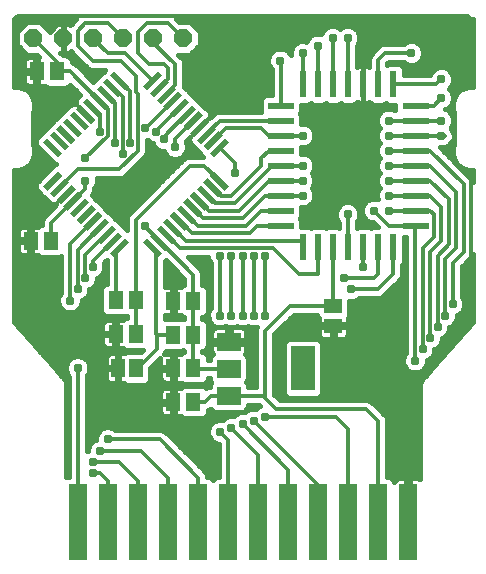
<source format=gtl>
G75*
%MOIN*%
%OFA0B0*%
%FSLAX24Y24*%
%IPPOS*%
%LPD*%
%AMOC8*
5,1,8,0,0,1.08239X$1,22.5*
%
%ADD10R,0.0600X0.2550*%
%ADD11R,0.0591X0.0512*%
%ADD12R,0.0197X0.0709*%
%ADD13R,0.0709X0.0197*%
%ADD14R,0.0236X0.0866*%
%ADD15R,0.0866X0.0236*%
%ADD16OC8,0.0600*%
%ADD17R,0.0790X0.0590*%
%ADD18R,0.0790X0.1500*%
%ADD19R,0.0512X0.0591*%
%ADD20R,0.0460X0.0630*%
%ADD21C,0.0160*%
%ADD22C,0.0310*%
%ADD23C,0.0120*%
D10*
X002725Y003800D03*
X003725Y003800D03*
X004725Y003800D03*
X005725Y003800D03*
X006725Y003800D03*
X007725Y003800D03*
X008725Y003800D03*
X009725Y003800D03*
X010725Y003800D03*
X011725Y003800D03*
X012725Y003800D03*
X013725Y003800D03*
D11*
X011225Y010340D03*
X011225Y011010D03*
D12*
G36*
X007617Y016603D02*
X007755Y016465D01*
X007255Y015965D01*
X007117Y016103D01*
X007617Y016603D01*
G37*
G36*
X007394Y016825D02*
X007532Y016687D01*
X007032Y016187D01*
X006894Y016325D01*
X007394Y016825D01*
G37*
G36*
X007171Y017048D02*
X007309Y016910D01*
X006809Y016410D01*
X006671Y016548D01*
X007171Y017048D01*
G37*
G36*
X006949Y017271D02*
X007087Y017133D01*
X006587Y016633D01*
X006449Y016771D01*
X006949Y017271D01*
G37*
G36*
X006726Y017493D02*
X006864Y017355D01*
X006364Y016855D01*
X006226Y016993D01*
X006726Y017493D01*
G37*
G36*
X006503Y017716D02*
X006641Y017578D01*
X006141Y017078D01*
X006003Y017216D01*
X006503Y017716D01*
G37*
G36*
X006280Y017939D02*
X006418Y017801D01*
X005918Y017301D01*
X005780Y017439D01*
X006280Y017939D01*
G37*
G36*
X006058Y018162D02*
X006196Y018024D01*
X005696Y017524D01*
X005558Y017662D01*
X006058Y018162D01*
G37*
G36*
X005835Y018384D02*
X005973Y018246D01*
X005473Y017746D01*
X005335Y017884D01*
X005835Y018384D01*
G37*
G36*
X005612Y018607D02*
X005750Y018469D01*
X005250Y017969D01*
X005112Y018107D01*
X005612Y018607D01*
G37*
G36*
X005390Y018830D02*
X005528Y018692D01*
X005028Y018192D01*
X004890Y018330D01*
X005390Y018830D01*
G37*
G36*
X002494Y015044D02*
X002632Y014906D01*
X002132Y014406D01*
X001994Y014544D01*
X002494Y015044D01*
G37*
G36*
X002272Y015266D02*
X002410Y015128D01*
X001910Y014628D01*
X001772Y014766D01*
X002272Y015266D01*
G37*
G36*
X002049Y015489D02*
X002187Y015351D01*
X001687Y014851D01*
X001549Y014989D01*
X002049Y015489D01*
G37*
G36*
X002717Y014821D02*
X002855Y014683D01*
X002355Y014183D01*
X002217Y014321D01*
X002717Y014821D01*
G37*
G36*
X002940Y014598D02*
X003078Y014460D01*
X002578Y013960D01*
X002440Y014098D01*
X002940Y014598D01*
G37*
G36*
X003162Y014375D02*
X003300Y014237D01*
X002800Y013737D01*
X002662Y013875D01*
X003162Y014375D01*
G37*
G36*
X003385Y014153D02*
X003523Y014015D01*
X003023Y013515D01*
X002885Y013653D01*
X003385Y014153D01*
G37*
G36*
X003608Y013930D02*
X003746Y013792D01*
X003246Y013292D01*
X003108Y013430D01*
X003608Y013930D01*
G37*
G36*
X003831Y013707D02*
X003969Y013569D01*
X003469Y013069D01*
X003331Y013207D01*
X003831Y013707D01*
G37*
G36*
X004053Y013485D02*
X004191Y013347D01*
X003691Y012847D01*
X003553Y012985D01*
X004053Y013485D01*
G37*
G36*
X004276Y013262D02*
X004414Y013124D01*
X003914Y012624D01*
X003776Y012762D01*
X004276Y013262D01*
G37*
D13*
G36*
X005028Y013262D02*
X005528Y012762D01*
X005390Y012624D01*
X004890Y013124D01*
X005028Y013262D01*
G37*
G36*
X005250Y013485D02*
X005750Y012985D01*
X005612Y012847D01*
X005112Y013347D01*
X005250Y013485D01*
G37*
G36*
X005473Y013707D02*
X005973Y013207D01*
X005835Y013069D01*
X005335Y013569D01*
X005473Y013707D01*
G37*
G36*
X005696Y013930D02*
X006196Y013430D01*
X006058Y013292D01*
X005558Y013792D01*
X005696Y013930D01*
G37*
G36*
X005918Y014153D02*
X006418Y013653D01*
X006280Y013515D01*
X005780Y014015D01*
X005918Y014153D01*
G37*
G36*
X006141Y014375D02*
X006641Y013875D01*
X006503Y013737D01*
X006003Y014237D01*
X006141Y014375D01*
G37*
G36*
X006364Y014598D02*
X006864Y014098D01*
X006726Y013960D01*
X006226Y014460D01*
X006364Y014598D01*
G37*
G36*
X006587Y014821D02*
X007087Y014321D01*
X006949Y014183D01*
X006449Y014683D01*
X006587Y014821D01*
G37*
G36*
X006809Y015044D02*
X007309Y014544D01*
X007171Y014406D01*
X006671Y014906D01*
X006809Y015044D01*
G37*
G36*
X007032Y015266D02*
X007532Y014766D01*
X007394Y014628D01*
X006894Y015128D01*
X007032Y015266D01*
G37*
G36*
X007255Y015489D02*
X007755Y014989D01*
X007617Y014851D01*
X007117Y015351D01*
X007255Y015489D01*
G37*
G36*
X003914Y018830D02*
X004414Y018330D01*
X004276Y018192D01*
X003776Y018692D01*
X003914Y018830D01*
G37*
G36*
X003691Y018607D02*
X004191Y018107D01*
X004053Y017969D01*
X003553Y018469D01*
X003691Y018607D01*
G37*
G36*
X003469Y018384D02*
X003969Y017884D01*
X003831Y017746D01*
X003331Y018246D01*
X003469Y018384D01*
G37*
G36*
X003246Y018162D02*
X003746Y017662D01*
X003608Y017524D01*
X003108Y018024D01*
X003246Y018162D01*
G37*
G36*
X003023Y017939D02*
X003523Y017439D01*
X003385Y017301D01*
X002885Y017801D01*
X003023Y017939D01*
G37*
G36*
X002800Y017716D02*
X003300Y017216D01*
X003162Y017078D01*
X002662Y017578D01*
X002800Y017716D01*
G37*
G36*
X002578Y017493D02*
X003078Y016993D01*
X002940Y016855D01*
X002440Y017355D01*
X002578Y017493D01*
G37*
G36*
X002355Y017271D02*
X002855Y016771D01*
X002717Y016633D01*
X002217Y017133D01*
X002355Y017271D01*
G37*
G36*
X002132Y017048D02*
X002632Y016548D01*
X002494Y016410D01*
X001994Y016910D01*
X002132Y017048D01*
G37*
G36*
X001910Y016825D02*
X002410Y016325D01*
X002272Y016187D01*
X001772Y016687D01*
X001910Y016825D01*
G37*
G36*
X001687Y016603D02*
X002187Y016103D01*
X002049Y015965D01*
X001549Y016465D01*
X001687Y016603D01*
G37*
D14*
X010225Y018392D03*
X010725Y018392D03*
X011225Y018392D03*
X011725Y018392D03*
X012225Y018392D03*
X012725Y018392D03*
X013225Y018392D03*
X013225Y012958D03*
X012725Y012958D03*
X012225Y012958D03*
X011725Y012958D03*
X011225Y012958D03*
X010725Y012958D03*
X010225Y012958D03*
D15*
X009481Y013675D03*
X009481Y014175D03*
X009481Y014675D03*
X009481Y015175D03*
X009481Y015675D03*
X009481Y016175D03*
X009481Y016675D03*
X009481Y017175D03*
X009481Y017675D03*
X013969Y017675D03*
X013969Y017175D03*
X013969Y016675D03*
X013969Y016175D03*
X013969Y015675D03*
X013969Y015175D03*
X013969Y014675D03*
X013969Y014175D03*
X013969Y013675D03*
D16*
X006225Y019925D03*
X005225Y019925D03*
X004225Y019925D03*
X003225Y019925D03*
X002225Y019925D03*
X001225Y019925D03*
D17*
X007735Y009815D03*
X007735Y008915D03*
X007735Y008015D03*
D18*
X010215Y008925D03*
D19*
X006560Y008925D03*
X005890Y008925D03*
X005890Y007800D03*
X006560Y007800D03*
X006560Y010050D03*
X005890Y010050D03*
X005890Y011175D03*
X006560Y011175D03*
X004635Y011195D03*
X003965Y011195D03*
X003965Y010070D03*
X004635Y010070D03*
X001810Y013175D03*
X001140Y013175D03*
X001340Y018820D03*
X002010Y018820D03*
D20*
X004050Y008925D03*
X004650Y008925D03*
D21*
X005120Y008562D02*
X005083Y008474D01*
X005016Y008407D01*
X004928Y008370D01*
X004372Y008370D01*
X004284Y008407D01*
X004261Y008430D01*
X004085Y008430D01*
X004085Y008890D01*
X004015Y008890D01*
X004015Y008430D01*
X003796Y008430D01*
X003751Y008442D01*
X003709Y008466D01*
X003676Y008499D01*
X003652Y008541D01*
X003640Y008586D01*
X003640Y008890D01*
X004015Y008890D01*
X004015Y008960D01*
X004015Y009420D01*
X003796Y009420D01*
X003751Y009408D01*
X003709Y009384D01*
X003676Y009351D01*
X003652Y009309D01*
X003640Y009264D01*
X003640Y008960D01*
X004015Y008960D01*
X004085Y008960D01*
X004085Y009420D01*
X004261Y009420D01*
X004284Y009443D01*
X004372Y009480D01*
X004821Y009480D01*
X004875Y009535D01*
X004331Y009535D01*
X004243Y009571D01*
X004219Y009595D01*
X004013Y009595D01*
X004013Y010022D01*
X003917Y010022D01*
X003529Y010022D01*
X003529Y009751D01*
X003542Y009705D01*
X003565Y009664D01*
X003599Y009631D01*
X003640Y009607D01*
X003686Y009595D01*
X003917Y009595D01*
X003917Y010022D01*
X003917Y010118D01*
X003529Y010118D01*
X003529Y010389D01*
X003542Y010435D01*
X003565Y010476D01*
X003599Y010509D01*
X003640Y010533D01*
X003686Y010545D01*
X003917Y010545D01*
X003917Y010118D01*
X004013Y010118D01*
X004013Y010545D01*
X004219Y010545D01*
X004243Y010569D01*
X004331Y010605D01*
X004335Y010605D01*
X004335Y010660D01*
X004331Y010660D01*
X004300Y010673D01*
X004269Y010660D01*
X003662Y010660D01*
X003573Y010696D01*
X003506Y010764D01*
X003469Y010852D01*
X003469Y011538D01*
X003506Y011626D01*
X003573Y011694D01*
X003662Y011730D01*
X003665Y011730D01*
X003665Y012532D01*
X003664Y012533D01*
X003573Y012442D01*
X003595Y012389D01*
X003595Y012231D01*
X003535Y012086D01*
X003424Y011975D01*
X003345Y011943D01*
X003345Y011856D01*
X003285Y011711D01*
X003174Y011600D01*
X003095Y011568D01*
X003095Y011481D01*
X003035Y011336D01*
X002924Y011225D01*
X002845Y011193D01*
X002845Y011106D01*
X002785Y010961D01*
X002674Y010850D01*
X002529Y010790D01*
X002371Y010790D01*
X002226Y010850D01*
X002115Y010961D01*
X002055Y011106D01*
X002055Y011264D01*
X002115Y011409D01*
X002150Y011444D01*
X002150Y012655D01*
X002113Y012640D01*
X001506Y012640D01*
X001418Y012676D01*
X001394Y012700D01*
X001188Y012700D01*
X001188Y013127D01*
X001092Y013127D01*
X000704Y013127D01*
X000704Y012856D01*
X000717Y012810D01*
X000740Y012769D01*
X000774Y012736D01*
X000815Y012712D01*
X000861Y012700D01*
X001092Y012700D01*
X001092Y013127D01*
X001092Y013223D01*
X000704Y013223D01*
X000704Y013494D01*
X000717Y013540D01*
X000740Y013581D01*
X000774Y013614D01*
X000815Y013638D01*
X000861Y013650D01*
X001092Y013650D01*
X001092Y013223D01*
X001188Y013223D01*
X001188Y013650D01*
X001394Y013650D01*
X001418Y013674D01*
X001506Y013710D01*
X001510Y013710D01*
X001510Y013835D01*
X001555Y013945D01*
X001640Y014030D01*
X001946Y014336D01*
X001935Y014347D01*
X001989Y014400D01*
X001935Y014347D01*
X001895Y014387D01*
X001862Y014387D01*
X001774Y014424D01*
X001567Y014630D01*
X001562Y014642D01*
X001551Y014646D01*
X001344Y014853D01*
X001308Y014941D01*
X001308Y015037D01*
X001344Y015125D01*
X001913Y015694D01*
X001993Y015727D01*
X001913Y015760D01*
X001344Y016329D01*
X001308Y016417D01*
X001308Y016512D01*
X001344Y016600D01*
X001551Y016807D01*
X001562Y016812D01*
X001567Y016823D01*
X001774Y017030D01*
X001785Y017035D01*
X001790Y017046D01*
X001996Y017253D01*
X002008Y017257D01*
X002012Y017269D01*
X002219Y017475D01*
X002230Y017480D01*
X002235Y017491D01*
X002442Y017698D01*
X002530Y017735D01*
X002563Y017735D01*
X002604Y017775D01*
X002657Y017721D01*
X002657Y017721D01*
X002657Y017721D01*
X002604Y017775D01*
X002644Y017815D01*
X002644Y017849D01*
X002681Y017937D01*
X002794Y018051D01*
X002463Y018382D01*
X002401Y018321D01*
X002313Y018285D01*
X001706Y018285D01*
X001618Y018321D01*
X001594Y018345D01*
X001388Y018345D01*
X001388Y018772D01*
X001292Y018772D01*
X000904Y018772D01*
X000904Y018501D01*
X000917Y018455D01*
X000940Y018414D01*
X000974Y018381D01*
X001015Y018357D01*
X001061Y018345D01*
X001292Y018345D01*
X001292Y018772D01*
X001292Y018868D01*
X000904Y018868D01*
X000904Y019139D01*
X000917Y019185D01*
X000940Y019226D01*
X000974Y019259D01*
X001015Y019283D01*
X001061Y019295D01*
X001292Y019295D01*
X001292Y018868D01*
X001388Y018868D01*
X001388Y019295D01*
X001430Y019295D01*
X001341Y019385D01*
X001001Y019385D01*
X000685Y019701D01*
X000685Y020149D01*
X001001Y020465D01*
X001449Y020465D01*
X001765Y020149D01*
X001765Y020144D01*
X002026Y020405D01*
X002205Y020405D01*
X002205Y019945D01*
X002245Y019945D01*
X002245Y020405D01*
X002424Y020405D01*
X002460Y020369D01*
X002661Y020570D01*
X000580Y020570D01*
X000580Y018312D01*
X000727Y018312D01*
X000805Y018280D01*
X000820Y018280D01*
X000997Y018207D01*
X001132Y018072D01*
X001205Y017895D01*
X001205Y017880D01*
X001237Y017802D01*
X001237Y017548D01*
X001205Y017470D01*
X001205Y016380D01*
X001237Y016302D01*
X001237Y016048D01*
X001205Y015970D01*
X001205Y015955D01*
X001132Y015778D01*
X000997Y015643D01*
X000820Y015570D01*
X000805Y015570D01*
X000727Y015538D01*
X000580Y015538D01*
X000580Y010480D01*
X002201Y008628D01*
X002257Y008572D01*
X002263Y008557D01*
X002274Y008544D01*
X002300Y008469D01*
X002330Y008395D01*
X002330Y008379D01*
X002335Y008363D01*
X002330Y008284D01*
X002330Y005295D01*
X002377Y005315D01*
X002425Y005315D01*
X002425Y008651D01*
X002365Y008711D01*
X002305Y008856D01*
X002305Y009014D01*
X002365Y009159D01*
X002476Y009270D01*
X002621Y009330D01*
X002779Y009330D01*
X002924Y009270D01*
X003035Y009159D01*
X003095Y009014D01*
X003095Y008856D01*
X003035Y008711D01*
X003025Y008701D01*
X003025Y006165D01*
X003055Y006177D01*
X003055Y006264D01*
X003115Y006409D01*
X003226Y006520D01*
X003305Y006552D01*
X003305Y006639D01*
X003365Y006784D01*
X003476Y006895D01*
X003621Y006955D01*
X003779Y006955D01*
X003924Y006895D01*
X003959Y006860D01*
X005510Y006860D01*
X005620Y006814D01*
X005704Y006730D01*
X006979Y005455D01*
X007025Y005345D01*
X007025Y005315D01*
X007073Y005315D01*
X007161Y005278D01*
X007225Y005214D01*
X007289Y005278D01*
X007377Y005315D01*
X007425Y005315D01*
X007425Y006411D01*
X007421Y006415D01*
X007371Y006415D01*
X007226Y006475D01*
X007115Y006586D01*
X007055Y006731D01*
X007055Y006889D01*
X007115Y007034D01*
X007226Y007145D01*
X007371Y007205D01*
X007529Y007205D01*
X007534Y007203D01*
X007601Y007270D01*
X007746Y007330D01*
X007904Y007330D01*
X007909Y007328D01*
X007976Y007395D01*
X008121Y007455D01*
X008279Y007455D01*
X008284Y007453D01*
X008351Y007520D01*
X008496Y007580D01*
X008654Y007580D01*
X008659Y007578D01*
X008726Y007645D01*
X008790Y007671D01*
X008746Y007715D01*
X008370Y007715D01*
X008370Y007672D01*
X008333Y007584D01*
X008266Y007517D01*
X008178Y007480D01*
X007292Y007480D01*
X007204Y007517D01*
X007142Y007578D01*
X007120Y007556D01*
X007056Y007529D01*
X007056Y007457D01*
X007019Y007369D01*
X006951Y007301D01*
X006863Y007265D01*
X006256Y007265D01*
X006168Y007301D01*
X006144Y007325D01*
X005938Y007325D01*
X005938Y007752D01*
X005842Y007752D01*
X005454Y007752D01*
X005454Y007481D01*
X005467Y007435D01*
X005490Y007394D01*
X005524Y007361D01*
X005565Y007337D01*
X005611Y007325D01*
X005842Y007325D01*
X005842Y007752D01*
X005842Y007848D01*
X005454Y007848D01*
X005454Y008119D01*
X005467Y008165D01*
X005490Y008206D01*
X005524Y008239D01*
X005565Y008263D01*
X005611Y008275D01*
X005842Y008275D01*
X005842Y007848D01*
X005938Y007848D01*
X005938Y008275D01*
X006144Y008275D01*
X006168Y008299D01*
X006256Y008335D01*
X006863Y008335D01*
X006951Y008299D01*
X006983Y008267D01*
X006985Y008269D01*
X007095Y008315D01*
X007100Y008315D01*
X007100Y008358D01*
X007137Y008446D01*
X007156Y008465D01*
X007137Y008484D01*
X007100Y008572D01*
X007100Y008615D01*
X007056Y008615D01*
X007056Y008582D01*
X007019Y008494D01*
X006951Y008426D01*
X006863Y008390D01*
X006256Y008390D01*
X006168Y008426D01*
X006144Y008450D01*
X005938Y008450D01*
X005938Y008877D01*
X005842Y008877D01*
X005454Y008877D01*
X005454Y008606D01*
X005467Y008560D01*
X005490Y008519D01*
X005524Y008486D01*
X005565Y008462D01*
X005611Y008450D01*
X005842Y008450D01*
X005842Y008877D01*
X005842Y008973D01*
X005454Y008973D01*
X005454Y009244D01*
X005462Y009273D01*
X005120Y008931D01*
X005120Y008562D01*
X005105Y008525D02*
X005487Y008525D01*
X005454Y008684D02*
X005120Y008684D01*
X005120Y008842D02*
X005454Y008842D01*
X005454Y009001D02*
X005190Y009001D01*
X005348Y009159D02*
X005454Y009159D01*
X005582Y009393D02*
X005589Y009400D01*
X005635Y009510D01*
X005635Y009515D01*
X006194Y009515D01*
X006225Y009528D01*
X006256Y009515D01*
X006260Y009515D01*
X006260Y009460D01*
X006256Y009460D01*
X006168Y009424D01*
X006144Y009400D01*
X005938Y009400D01*
X005938Y008973D01*
X005842Y008973D01*
X005842Y009400D01*
X005611Y009400D01*
X005582Y009393D01*
X005621Y009476D02*
X006260Y009476D01*
X005938Y009318D02*
X005842Y009318D01*
X005842Y009159D02*
X005938Y009159D01*
X005938Y009001D02*
X005842Y009001D01*
X005842Y008842D02*
X005938Y008842D01*
X005938Y008684D02*
X005842Y008684D01*
X005842Y008525D02*
X005938Y008525D01*
X005938Y008208D02*
X005842Y008208D01*
X005842Y008050D02*
X005938Y008050D01*
X005938Y007891D02*
X005842Y007891D01*
X005842Y007733D02*
X005938Y007733D01*
X005938Y007574D02*
X005842Y007574D01*
X005842Y007416D02*
X005938Y007416D01*
X005478Y007416D02*
X003025Y007416D01*
X003025Y007574D02*
X005454Y007574D01*
X005454Y007733D02*
X003025Y007733D01*
X003025Y007891D02*
X005454Y007891D01*
X005454Y008050D02*
X003025Y008050D01*
X003025Y008208D02*
X005493Y008208D01*
X005653Y006782D02*
X007055Y006782D01*
X007076Y006940D02*
X003815Y006940D01*
X003585Y006940D02*
X003025Y006940D01*
X003025Y006782D02*
X003364Y006782D01*
X003305Y006623D02*
X003025Y006623D01*
X003025Y006465D02*
X003171Y006465D01*
X003073Y006306D02*
X003025Y006306D01*
X002425Y006306D02*
X002330Y006306D01*
X002330Y006148D02*
X002425Y006148D01*
X002425Y005989D02*
X002330Y005989D01*
X002330Y005831D02*
X002425Y005831D01*
X002425Y005672D02*
X002330Y005672D01*
X002330Y005514D02*
X002425Y005514D01*
X002425Y005355D02*
X002330Y005355D01*
X002330Y006465D02*
X002425Y006465D01*
X002425Y006623D02*
X002330Y006623D01*
X002330Y006782D02*
X002425Y006782D01*
X002425Y006940D02*
X002330Y006940D01*
X002330Y007099D02*
X002425Y007099D01*
X002425Y007257D02*
X002330Y007257D01*
X002330Y007416D02*
X002425Y007416D01*
X002425Y007574D02*
X002330Y007574D01*
X002330Y007733D02*
X002425Y007733D01*
X002425Y007891D02*
X002330Y007891D01*
X002330Y008050D02*
X002425Y008050D01*
X002425Y008208D02*
X002330Y008208D01*
X002334Y008367D02*
X002425Y008367D01*
X002425Y008525D02*
X002281Y008525D01*
X002393Y008684D02*
X002152Y008684D01*
X002014Y008842D02*
X002311Y008842D01*
X002305Y009001D02*
X001875Y009001D01*
X001736Y009159D02*
X002365Y009159D01*
X002591Y009318D02*
X001597Y009318D01*
X001459Y009476D02*
X004363Y009476D01*
X004085Y009318D02*
X004015Y009318D01*
X004015Y009159D02*
X004085Y009159D01*
X004085Y009001D02*
X004015Y009001D01*
X004015Y008842D02*
X004085Y008842D01*
X004085Y008684D02*
X004015Y008684D01*
X004015Y008525D02*
X004085Y008525D01*
X003661Y008525D02*
X003025Y008525D01*
X003025Y008367D02*
X007104Y008367D01*
X007120Y008525D02*
X007032Y008525D01*
X007056Y009215D02*
X007056Y009268D01*
X007019Y009356D01*
X006951Y009424D01*
X006863Y009460D01*
X006860Y009460D01*
X006860Y009515D01*
X006863Y009515D01*
X006951Y009551D01*
X007019Y009619D01*
X007056Y009707D01*
X007056Y010393D01*
X007019Y010481D01*
X006951Y010549D01*
X006863Y010585D01*
X006860Y010585D01*
X006860Y010640D01*
X006863Y010640D01*
X006951Y010676D01*
X007019Y010744D01*
X007055Y010744D01*
X007055Y010764D02*
X007055Y010606D01*
X007115Y010461D01*
X007226Y010350D01*
X007371Y010290D01*
X007529Y010290D01*
X007637Y010335D01*
X007746Y010290D01*
X007904Y010290D01*
X008013Y010335D01*
X008121Y010290D01*
X008279Y010290D01*
X008387Y010335D01*
X008496Y010290D01*
X008654Y010290D01*
X008672Y010298D01*
X008650Y010245D01*
X008650Y008315D01*
X008370Y008315D01*
X008370Y008358D01*
X008333Y008446D01*
X008314Y008465D01*
X008333Y008484D01*
X008370Y008572D01*
X008370Y009258D01*
X008333Y009346D01*
X008272Y009407D01*
X008274Y009409D01*
X008298Y009451D01*
X008310Y009496D01*
X008310Y009747D01*
X007803Y009747D01*
X007803Y009883D01*
X007667Y009883D01*
X007667Y010290D01*
X007316Y010290D01*
X007271Y010278D01*
X007229Y010254D01*
X007196Y010221D01*
X007172Y010179D01*
X007160Y010134D01*
X007160Y009883D01*
X007667Y009883D01*
X007667Y009747D01*
X007160Y009747D01*
X007160Y009496D01*
X007172Y009451D01*
X007196Y009409D01*
X007198Y009407D01*
X007137Y009346D01*
X007100Y009258D01*
X007100Y009215D01*
X007056Y009215D01*
X007035Y009318D02*
X007125Y009318D01*
X007165Y009476D02*
X006860Y009476D01*
X007026Y009635D02*
X007160Y009635D01*
X007056Y009793D02*
X007667Y009793D01*
X007803Y009793D02*
X008650Y009793D01*
X008650Y009635D02*
X008310Y009635D01*
X008305Y009476D02*
X008650Y009476D01*
X008650Y009318D02*
X008345Y009318D01*
X008370Y009159D02*
X008650Y009159D01*
X008650Y009001D02*
X008370Y009001D01*
X008370Y008842D02*
X008650Y008842D01*
X008650Y008684D02*
X008370Y008684D01*
X008350Y008525D02*
X008650Y008525D01*
X008650Y008367D02*
X008366Y008367D01*
X008323Y007574D02*
X008482Y007574D01*
X008026Y007416D02*
X007038Y007416D01*
X007138Y007574D02*
X007147Y007574D01*
X007180Y007099D02*
X003025Y007099D01*
X003025Y007257D02*
X007588Y007257D01*
X007100Y006623D02*
X005811Y006623D01*
X005970Y006465D02*
X007252Y006465D01*
X007425Y006306D02*
X006128Y006306D01*
X006287Y006148D02*
X007425Y006148D01*
X007425Y005989D02*
X006445Y005989D01*
X006604Y005831D02*
X007425Y005831D01*
X007425Y005672D02*
X006762Y005672D01*
X006921Y005514D02*
X007425Y005514D01*
X007425Y005355D02*
X007021Y005355D01*
X009449Y007860D02*
X009250Y008059D01*
X009250Y010061D01*
X009899Y010710D01*
X010690Y010710D01*
X010690Y010706D01*
X010726Y010618D01*
X010750Y010594D01*
X010750Y010388D01*
X011177Y010388D01*
X011177Y010292D01*
X011273Y010292D01*
X011273Y009904D01*
X011544Y009904D01*
X011590Y009917D01*
X011631Y009940D01*
X011664Y009974D01*
X011688Y010015D01*
X011700Y010061D01*
X011700Y010292D01*
X011273Y010292D01*
X011273Y010388D01*
X011700Y010388D01*
X011700Y010594D01*
X011724Y010618D01*
X011760Y010706D01*
X011760Y011165D01*
X011904Y011165D01*
X012049Y011225D01*
X012084Y011260D01*
X012760Y011260D01*
X012870Y011306D01*
X012954Y011390D01*
X013479Y011915D01*
X013525Y012025D01*
X013525Y012368D01*
X013547Y012389D01*
X013583Y012478D01*
X013583Y013317D01*
X013650Y013317D01*
X013650Y009444D01*
X013615Y009409D01*
X013555Y009264D01*
X013555Y009106D01*
X013615Y008961D01*
X013726Y008850D01*
X013871Y008790D01*
X014029Y008790D01*
X014174Y008850D01*
X014285Y008961D01*
X014345Y009106D01*
X014345Y009193D01*
X014424Y009225D01*
X014535Y009336D01*
X014595Y009481D01*
X014595Y009568D01*
X014674Y009600D01*
X014785Y009711D01*
X014845Y009856D01*
X014845Y009943D01*
X014924Y009975D01*
X015035Y010086D01*
X015095Y010231D01*
X015095Y010318D01*
X015174Y010350D01*
X015285Y010461D01*
X015345Y010606D01*
X015345Y010693D01*
X015424Y010725D01*
X015535Y010836D01*
X015595Y010981D01*
X015595Y011139D01*
X015535Y011284D01*
X015500Y011319D01*
X015500Y012311D01*
X015745Y012556D01*
X015829Y012640D01*
X015870Y012738D01*
X015870Y010480D01*
X014249Y008628D01*
X014193Y008572D01*
X014187Y008557D01*
X014176Y008544D01*
X014150Y008469D01*
X014120Y008395D01*
X014120Y008379D01*
X014115Y008363D01*
X014120Y008284D01*
X014120Y005228D01*
X014094Y005243D01*
X014049Y005255D01*
X013795Y005255D01*
X013795Y004675D01*
X013655Y004675D01*
X013655Y005255D01*
X013401Y005255D01*
X013356Y005243D01*
X013314Y005219D01*
X013281Y005186D01*
X013257Y005144D01*
X013257Y005143D01*
X013228Y005211D01*
X013161Y005278D01*
X013073Y005315D01*
X013025Y005315D01*
X013025Y007220D01*
X012979Y007330D01*
X012579Y007730D01*
X012495Y007814D01*
X012385Y007860D01*
X009449Y007860D01*
X009418Y007891D02*
X014120Y007891D01*
X014120Y007733D02*
X012577Y007733D01*
X012735Y007574D02*
X014120Y007574D01*
X014120Y007416D02*
X012894Y007416D01*
X013010Y007257D02*
X014120Y007257D01*
X014120Y007099D02*
X013025Y007099D01*
X013025Y006940D02*
X014120Y006940D01*
X014120Y006782D02*
X013025Y006782D01*
X013025Y006623D02*
X014120Y006623D01*
X014120Y006465D02*
X013025Y006465D01*
X013025Y006306D02*
X014120Y006306D01*
X014120Y006148D02*
X013025Y006148D01*
X013025Y005989D02*
X014120Y005989D01*
X014120Y005831D02*
X013025Y005831D01*
X013025Y005672D02*
X014120Y005672D01*
X014120Y005514D02*
X013025Y005514D01*
X013025Y005355D02*
X014120Y005355D01*
X013795Y005197D02*
X013655Y005197D01*
X013655Y005038D02*
X013795Y005038D01*
X013795Y004880D02*
X013655Y004880D01*
X013655Y004721D02*
X013795Y004721D01*
X013292Y005197D02*
X013234Y005197D01*
X014120Y008050D02*
X010818Y008050D01*
X010813Y008039D02*
X010850Y008127D01*
X010850Y009723D01*
X010813Y009811D01*
X010746Y009878D01*
X010658Y009915D01*
X009772Y009915D01*
X009684Y009878D01*
X009617Y009811D01*
X009580Y009723D01*
X009580Y008127D01*
X009617Y008039D01*
X009684Y007972D01*
X009772Y007935D01*
X010658Y007935D01*
X010746Y007972D01*
X010813Y008039D01*
X010850Y008208D02*
X014120Y008208D01*
X014116Y008367D02*
X010850Y008367D01*
X010850Y008525D02*
X014169Y008525D01*
X014298Y008684D02*
X010850Y008684D01*
X010850Y008842D02*
X013746Y008842D01*
X013599Y009001D02*
X010850Y009001D01*
X010850Y009159D02*
X013555Y009159D01*
X013577Y009318D02*
X010850Y009318D01*
X010850Y009476D02*
X013650Y009476D01*
X013650Y009635D02*
X010850Y009635D01*
X010821Y009793D02*
X013650Y009793D01*
X013650Y009952D02*
X011642Y009952D01*
X011700Y010110D02*
X013650Y010110D01*
X013650Y010269D02*
X011700Y010269D01*
X011700Y010427D02*
X013650Y010427D01*
X013650Y010586D02*
X011700Y010586D01*
X011760Y010744D02*
X013650Y010744D01*
X013650Y010903D02*
X011760Y010903D01*
X011760Y011061D02*
X013650Y011061D01*
X013650Y011220D02*
X012035Y011220D01*
X012942Y011378D02*
X013650Y011378D01*
X013650Y011537D02*
X013101Y011537D01*
X013259Y011695D02*
X013650Y011695D01*
X013650Y011854D02*
X013418Y011854D01*
X013519Y012012D02*
X013650Y012012D01*
X013650Y012171D02*
X013525Y012171D01*
X013525Y012329D02*
X013650Y012329D01*
X013650Y012488D02*
X013583Y012488D01*
X013583Y012646D02*
X013650Y012646D01*
X013650Y012805D02*
X013583Y012805D01*
X013583Y012963D02*
X013650Y012963D01*
X013650Y013122D02*
X013583Y013122D01*
X013583Y013280D02*
X013650Y013280D01*
X012704Y013632D02*
X012559Y013632D01*
X012475Y013597D01*
X012391Y013632D01*
X012059Y013632D01*
X012025Y013617D01*
X012025Y013826D01*
X012035Y013836D01*
X012095Y013981D01*
X012095Y014139D01*
X012035Y014284D01*
X011924Y014395D01*
X011779Y014455D01*
X011621Y014455D01*
X011476Y014395D01*
X011365Y014284D01*
X011305Y014139D01*
X011305Y013981D01*
X011365Y013836D01*
X011425Y013776D01*
X011425Y013617D01*
X011391Y013632D01*
X011059Y013632D01*
X010975Y013597D01*
X010891Y013632D01*
X010559Y013632D01*
X010475Y013597D01*
X010391Y013632D01*
X010154Y013632D01*
X010154Y013841D01*
X010119Y013925D01*
X010154Y014009D01*
X010154Y014290D01*
X010279Y014290D01*
X010424Y014350D01*
X010535Y014461D01*
X010595Y014606D01*
X010595Y014764D01*
X010535Y014909D01*
X010509Y014935D01*
X010535Y014961D01*
X010595Y015106D01*
X010595Y015264D01*
X010535Y015409D01*
X010509Y015435D01*
X010535Y015461D01*
X010595Y015606D01*
X010595Y015764D01*
X010535Y015909D01*
X010424Y016020D01*
X010279Y016080D01*
X010154Y016080D01*
X010154Y016290D01*
X010279Y016290D01*
X010424Y016350D01*
X010535Y016461D01*
X010595Y016606D01*
X010595Y016764D01*
X010535Y016909D01*
X010424Y017020D01*
X010279Y017080D01*
X010154Y017080D01*
X010154Y017341D01*
X010119Y017425D01*
X010154Y017509D01*
X010154Y017718D01*
X013296Y017718D01*
X013296Y017521D01*
X013154Y017580D01*
X012996Y017580D01*
X012851Y017520D01*
X012740Y017409D01*
X012680Y017264D01*
X012680Y017106D01*
X012740Y016961D01*
X012766Y016935D01*
X012740Y016909D01*
X012680Y016764D01*
X012680Y016606D01*
X012740Y016461D01*
X012766Y016435D01*
X012740Y016409D01*
X012680Y016264D01*
X012680Y016106D01*
X012740Y015961D01*
X012766Y015935D01*
X012740Y015909D01*
X012680Y015764D01*
X012680Y015606D01*
X012740Y015461D01*
X012766Y015435D01*
X012740Y015409D01*
X012680Y015264D01*
X012680Y015106D01*
X012740Y014961D01*
X012766Y014935D01*
X012740Y014909D01*
X012680Y014764D01*
X012680Y014606D01*
X012699Y014561D01*
X012654Y014580D01*
X012496Y014580D01*
X012351Y014520D01*
X012240Y014409D01*
X012180Y014264D01*
X012180Y014106D01*
X012240Y013961D01*
X012351Y013850D01*
X012496Y013790D01*
X012546Y013790D01*
X012704Y013632D01*
X012580Y013756D02*
X012025Y013756D01*
X012067Y013914D02*
X012287Y013914D01*
X012194Y014073D02*
X012095Y014073D01*
X012057Y014231D02*
X012180Y014231D01*
X012232Y014390D02*
X011929Y014390D01*
X011471Y014390D02*
X010463Y014390D01*
X010571Y014548D02*
X012419Y014548D01*
X012680Y014707D02*
X010595Y014707D01*
X010553Y014865D02*
X012722Y014865D01*
X012714Y015024D02*
X010561Y015024D01*
X010595Y015182D02*
X012680Y015182D01*
X012712Y015341D02*
X010563Y015341D01*
X010551Y015499D02*
X012724Y015499D01*
X012680Y015658D02*
X010595Y015658D01*
X010573Y015816D02*
X012702Y015816D01*
X012735Y015975D02*
X010469Y015975D01*
X010282Y016292D02*
X012692Y016292D01*
X012680Y016133D02*
X010154Y016133D01*
X010524Y016450D02*
X012751Y016450D01*
X012680Y016609D02*
X010595Y016609D01*
X010594Y016767D02*
X012681Y016767D01*
X012757Y016926D02*
X010518Y016926D01*
X010154Y017084D02*
X012689Y017084D01*
X012680Y017243D02*
X010154Y017243D01*
X010129Y017401D02*
X012737Y017401D01*
X012947Y017560D02*
X010154Y017560D01*
X010154Y017718D02*
X010391Y017718D01*
X010475Y017753D01*
X010559Y017718D01*
X010891Y017718D01*
X010975Y017753D01*
X011059Y017718D01*
X011391Y017718D01*
X011475Y017753D01*
X011559Y017718D01*
X011891Y017718D01*
X011979Y017755D01*
X012023Y017799D01*
X012037Y017791D01*
X012083Y017778D01*
X012225Y017778D01*
X012225Y018392D01*
X012225Y019005D01*
X012083Y019005D01*
X012037Y018992D01*
X012023Y018984D01*
X012000Y019007D01*
X012000Y019676D01*
X012035Y019711D01*
X012095Y019856D01*
X012095Y020014D01*
X012035Y020159D01*
X011924Y020270D01*
X011779Y020330D01*
X011621Y020330D01*
X011476Y020270D01*
X011450Y020244D01*
X011424Y020270D01*
X011279Y020330D01*
X011121Y020330D01*
X010976Y020270D01*
X010865Y020159D01*
X010825Y020061D01*
X010779Y020080D01*
X010621Y020080D01*
X010476Y020020D01*
X010365Y019909D01*
X010325Y019811D01*
X010279Y019830D01*
X010121Y019830D01*
X009976Y019770D01*
X009865Y019659D01*
X009805Y019514D01*
X009805Y019360D01*
X009785Y019409D01*
X009674Y019520D01*
X009529Y019580D01*
X009371Y019580D01*
X009226Y019520D01*
X009115Y019409D01*
X009055Y019264D01*
X009055Y019106D01*
X009115Y018961D01*
X009181Y018895D01*
X009181Y018033D01*
X009000Y018033D01*
X008912Y017997D01*
X008844Y017929D01*
X008808Y017841D01*
X008808Y017509D01*
X008822Y017475D01*
X007377Y017475D01*
X007266Y017429D01*
X007182Y017345D01*
X007156Y017319D01*
X007145Y017330D01*
X007105Y017370D01*
X007105Y017403D01*
X007068Y017491D01*
X006862Y017698D01*
X006850Y017703D01*
X006846Y017714D01*
X006639Y017921D01*
X006628Y017925D01*
X006623Y017937D01*
X006416Y018143D01*
X006405Y018148D01*
X006400Y018159D01*
X006250Y018310D01*
X006250Y019120D01*
X006204Y019230D01*
X006049Y019385D01*
X006449Y019385D01*
X006765Y019701D01*
X006765Y020149D01*
X006449Y020465D01*
X006094Y020465D01*
X005989Y020570D01*
X015870Y020570D01*
X015870Y018312D01*
X015723Y018312D01*
X015645Y018280D01*
X015630Y018280D01*
X015453Y018207D01*
X015318Y018072D01*
X015245Y017895D01*
X015245Y017880D01*
X015213Y017802D01*
X015213Y017548D01*
X015245Y017470D01*
X015245Y016380D01*
X015213Y016302D01*
X015213Y016048D01*
X015245Y015970D01*
X015245Y015955D01*
X015318Y015778D01*
X015453Y015643D01*
X015630Y015570D01*
X015645Y015570D01*
X015723Y015538D01*
X015870Y015538D01*
X015870Y015132D01*
X015829Y015230D01*
X014769Y016290D01*
X014904Y016290D01*
X015049Y016350D01*
X015160Y016461D01*
X015164Y016471D01*
X015179Y016484D01*
X015185Y016496D01*
X015194Y016505D01*
X015212Y016548D01*
X015234Y016590D01*
X015235Y016603D01*
X015240Y016615D01*
X015240Y016662D01*
X015244Y016708D01*
X015240Y016721D01*
X015240Y016735D01*
X015222Y016778D01*
X015208Y016822D01*
X015199Y016833D01*
X015194Y016845D01*
X015181Y016859D01*
X015160Y016909D01*
X015134Y016935D01*
X015160Y016961D01*
X015220Y017106D01*
X015220Y017264D01*
X015160Y017409D01*
X015049Y017520D01*
X014952Y017560D01*
X015049Y017600D01*
X015160Y017711D01*
X015220Y017856D01*
X015220Y018014D01*
X015160Y018159D01*
X015071Y018247D01*
X015160Y018336D01*
X015220Y018481D01*
X015220Y018639D01*
X015160Y018784D01*
X015049Y018895D01*
X014904Y018955D01*
X014746Y018955D01*
X014601Y018895D01*
X014490Y018784D01*
X014452Y018692D01*
X013583Y018692D01*
X013583Y018872D01*
X013547Y018961D01*
X013479Y019028D01*
X013391Y019065D01*
X013059Y019065D01*
X013025Y019050D01*
X013025Y019086D01*
X013074Y019135D01*
X013566Y019135D01*
X013601Y019100D01*
X013746Y019040D01*
X013904Y019040D01*
X014049Y019100D01*
X014160Y019211D01*
X014220Y019356D01*
X014220Y019514D01*
X014160Y019659D01*
X014049Y019770D01*
X013904Y019830D01*
X013746Y019830D01*
X013601Y019770D01*
X013566Y019735D01*
X012890Y019735D01*
X012780Y019689D01*
X012555Y019464D01*
X012471Y019380D01*
X012425Y019270D01*
X012425Y018985D01*
X012413Y018992D01*
X012367Y019005D01*
X012225Y019005D01*
X012225Y018392D01*
X012225Y018392D01*
X012225Y017778D01*
X012367Y017778D01*
X012413Y017791D01*
X012427Y017799D01*
X012471Y017755D01*
X012559Y017718D01*
X012891Y017718D01*
X012975Y017753D01*
X013059Y017718D01*
X013296Y017718D01*
X013296Y017560D02*
X013203Y017560D01*
X012225Y017877D02*
X012225Y017877D01*
X012225Y018035D02*
X012225Y018035D01*
X012225Y018194D02*
X012225Y018194D01*
X012225Y018352D02*
X012225Y018352D01*
X012225Y018392D02*
X012225Y018392D01*
X012225Y018511D02*
X012225Y018511D01*
X012225Y018669D02*
X012225Y018669D01*
X012225Y018828D02*
X012225Y018828D01*
X012225Y018986D02*
X012225Y018986D01*
X012026Y018986D02*
X012021Y018986D01*
X012000Y019145D02*
X012425Y019145D01*
X012439Y019303D02*
X012000Y019303D01*
X012000Y019462D02*
X012552Y019462D01*
X012711Y019620D02*
X012000Y019620D01*
X012063Y019779D02*
X013622Y019779D01*
X014028Y019779D02*
X015870Y019779D01*
X015870Y019937D02*
X012095Y019937D01*
X012061Y020096D02*
X015870Y020096D01*
X015870Y020254D02*
X011940Y020254D01*
X011460Y020254D02*
X011440Y020254D01*
X010960Y020254D02*
X006660Y020254D01*
X006765Y020096D02*
X010839Y020096D01*
X010393Y019937D02*
X006765Y019937D01*
X006765Y019779D02*
X009997Y019779D01*
X009849Y019620D02*
X006684Y019620D01*
X006525Y019462D02*
X009168Y019462D01*
X009071Y019303D02*
X006131Y019303D01*
X006240Y019145D02*
X009055Y019145D01*
X009105Y018986D02*
X006250Y018986D01*
X006250Y018828D02*
X009181Y018828D01*
X009181Y018669D02*
X006250Y018669D01*
X006250Y018511D02*
X009181Y018511D01*
X009181Y018352D02*
X006250Y018352D01*
X006366Y018194D02*
X009181Y018194D01*
X009181Y018035D02*
X006525Y018035D01*
X006683Y017877D02*
X008823Y017877D01*
X008808Y017718D02*
X006842Y017718D01*
X007000Y017560D02*
X008808Y017560D01*
X007238Y017401D02*
X007105Y017401D01*
X007145Y017330D02*
X007092Y017276D01*
X007092Y017276D01*
X007145Y017330D01*
X007092Y017276D02*
X007092Y017276D01*
X006443Y016627D02*
X006443Y016627D01*
X006390Y016574D01*
X006430Y016533D01*
X006430Y016500D01*
X006467Y016412D01*
X006673Y016205D01*
X006685Y016201D01*
X006689Y016189D01*
X006894Y015985D01*
X006390Y015985D01*
X006280Y015939D01*
X006196Y015855D01*
X004380Y014040D01*
X004335Y013929D01*
X004335Y013544D01*
X004189Y013689D01*
X004178Y013694D01*
X004173Y013705D01*
X003966Y013912D01*
X003955Y013917D01*
X003950Y013928D01*
X003744Y014135D01*
X003732Y014139D01*
X003728Y014151D01*
X003521Y014357D01*
X003510Y014362D01*
X003505Y014373D01*
X003298Y014580D01*
X003287Y014585D01*
X003282Y014596D01*
X003168Y014710D01*
X003204Y014746D01*
X003250Y014856D01*
X003250Y014926D01*
X003285Y014961D01*
X003345Y015106D01*
X003345Y015260D01*
X004135Y015260D01*
X004245Y015306D01*
X004954Y016015D01*
X005000Y016125D01*
X005000Y016540D01*
X005029Y016540D01*
X005034Y016542D01*
X005101Y016475D01*
X005199Y016434D01*
X005240Y016336D01*
X005351Y016225D01*
X005496Y016165D01*
X005583Y016165D01*
X005615Y016086D01*
X005726Y015975D01*
X005871Y015915D01*
X006029Y015915D01*
X006174Y015975D01*
X006285Y016086D01*
X006345Y016231D01*
X006345Y016389D01*
X006298Y016503D01*
X006379Y016584D01*
X006390Y016574D01*
X006443Y016627D01*
X006443Y016627D01*
X006424Y016609D02*
X006424Y016609D01*
X006451Y016450D02*
X006320Y016450D01*
X006345Y016292D02*
X006587Y016292D01*
X006746Y016133D02*
X006304Y016133D01*
X006365Y015975D02*
X006172Y015975D01*
X006157Y015816D02*
X004755Y015816D01*
X004597Y015658D02*
X005998Y015658D01*
X005840Y015499D02*
X004438Y015499D01*
X004280Y015341D02*
X005681Y015341D01*
X005523Y015182D02*
X003345Y015182D01*
X003311Y015024D02*
X005364Y015024D01*
X005206Y014865D02*
X003250Y014865D01*
X003172Y014707D02*
X005047Y014707D01*
X004889Y014548D02*
X003330Y014548D01*
X003489Y014390D02*
X004730Y014390D01*
X004572Y014231D02*
X003647Y014231D01*
X003806Y014073D02*
X004413Y014073D01*
X004335Y013914D02*
X003961Y013914D01*
X004123Y013756D02*
X004335Y013756D01*
X004335Y013597D02*
X004281Y013597D01*
X003665Y012488D02*
X003618Y012488D01*
X003595Y012329D02*
X003665Y012329D01*
X003665Y012171D02*
X003570Y012171D01*
X003665Y012012D02*
X003461Y012012D01*
X003344Y011854D02*
X003665Y011854D01*
X003577Y011695D02*
X003269Y011695D01*
X003095Y011537D02*
X003469Y011537D01*
X003469Y011378D02*
X003052Y011378D01*
X002910Y011220D02*
X003469Y011220D01*
X003469Y011061D02*
X002826Y011061D01*
X002726Y010903D02*
X003469Y010903D01*
X003526Y010744D02*
X000580Y010744D01*
X000580Y010586D02*
X004283Y010586D01*
X004013Y010427D02*
X003917Y010427D01*
X003917Y010269D02*
X004013Y010269D01*
X003917Y010110D02*
X000904Y010110D01*
X000765Y010269D02*
X003529Y010269D01*
X003540Y010427D02*
X000627Y010427D01*
X000580Y010903D02*
X002174Y010903D01*
X002074Y011061D02*
X000580Y011061D01*
X000580Y011220D02*
X002055Y011220D01*
X002102Y011378D02*
X000580Y011378D01*
X000580Y011537D02*
X002150Y011537D01*
X002150Y011695D02*
X000580Y011695D01*
X000580Y011854D02*
X002150Y011854D01*
X002150Y012012D02*
X000580Y012012D01*
X000580Y012171D02*
X002150Y012171D01*
X002150Y012329D02*
X000580Y012329D01*
X000580Y012488D02*
X002150Y012488D01*
X002150Y012646D02*
X002128Y012646D01*
X001491Y012646D02*
X000580Y012646D01*
X000580Y012805D02*
X000720Y012805D01*
X000704Y012963D02*
X000580Y012963D01*
X000580Y013122D02*
X000704Y013122D01*
X000704Y013280D02*
X000580Y013280D01*
X000580Y013439D02*
X000704Y013439D01*
X000757Y013597D02*
X000580Y013597D01*
X000580Y013756D02*
X001510Y013756D01*
X001542Y013914D02*
X000580Y013914D01*
X000580Y014073D02*
X001682Y014073D01*
X001841Y014231D02*
X000580Y014231D01*
X000580Y014390D02*
X001856Y014390D01*
X001978Y014390D02*
X001978Y014390D01*
X001989Y014400D02*
X001989Y014400D01*
X001989Y014400D01*
X001649Y014548D02*
X000580Y014548D01*
X000580Y014707D02*
X001491Y014707D01*
X001339Y014865D02*
X000580Y014865D01*
X000580Y015024D02*
X001308Y015024D01*
X001401Y015182D02*
X000580Y015182D01*
X000580Y015341D02*
X001560Y015341D01*
X001718Y015499D02*
X000580Y015499D01*
X001011Y015658D02*
X001877Y015658D01*
X001857Y015816D02*
X001148Y015816D01*
X001207Y015975D02*
X001698Y015975D01*
X001540Y016133D02*
X001237Y016133D01*
X001237Y016292D02*
X001381Y016292D01*
X001308Y016450D02*
X001205Y016450D01*
X001205Y016609D02*
X001352Y016609D01*
X001205Y016767D02*
X001511Y016767D01*
X001669Y016926D02*
X001205Y016926D01*
X001205Y017084D02*
X001828Y017084D01*
X001986Y017243D02*
X001205Y017243D01*
X001205Y017401D02*
X002145Y017401D01*
X002303Y017560D02*
X001237Y017560D01*
X001237Y017718D02*
X002490Y017718D01*
X002656Y017877D02*
X001207Y017877D01*
X001147Y018035D02*
X002779Y018035D01*
X002652Y018194D02*
X001010Y018194D01*
X001034Y018352D02*
X000580Y018352D01*
X000580Y018511D02*
X000904Y018511D01*
X000904Y018669D02*
X000580Y018669D01*
X000580Y018828D02*
X001292Y018828D01*
X001292Y018986D02*
X001388Y018986D01*
X001388Y019145D02*
X001292Y019145D01*
X001423Y019303D02*
X000580Y019303D01*
X000580Y019145D02*
X000906Y019145D01*
X000904Y018986D02*
X000580Y018986D01*
X000580Y019462D02*
X000925Y019462D01*
X000766Y019620D02*
X000580Y019620D01*
X000580Y019779D02*
X000685Y019779D01*
X000685Y019937D02*
X000580Y019937D01*
X000580Y020096D02*
X000685Y020096D01*
X000580Y020254D02*
X000790Y020254D01*
X000949Y020413D02*
X000580Y020413D01*
X001501Y020413D02*
X002503Y020413D01*
X002245Y020254D02*
X002205Y020254D01*
X002205Y020096D02*
X002245Y020096D01*
X002245Y019905D02*
X002245Y019445D01*
X002424Y019445D01*
X002470Y019491D01*
X002530Y019431D01*
X003030Y018931D01*
X003140Y018885D01*
X003629Y018885D01*
X003571Y018828D01*
X003567Y018816D01*
X003555Y018812D01*
X003349Y018605D01*
X003344Y018594D01*
X003333Y018589D01*
X003219Y018475D01*
X002704Y018990D01*
X002619Y019074D01*
X002509Y019120D01*
X002506Y019120D01*
X002506Y019163D01*
X002469Y019251D01*
X002401Y019319D01*
X002313Y019355D01*
X002219Y019355D01*
X002180Y019395D01*
X002129Y019445D01*
X002205Y019445D01*
X002205Y019905D01*
X002245Y019905D01*
X002245Y019779D02*
X002205Y019779D01*
X002205Y019620D02*
X002245Y019620D01*
X002245Y019462D02*
X002205Y019462D01*
X002440Y019462D02*
X002499Y019462D01*
X002417Y019303D02*
X002658Y019303D01*
X002506Y019145D02*
X002816Y019145D01*
X002704Y018990D02*
X002704Y018990D01*
X002708Y018986D02*
X002975Y018986D01*
X002866Y018828D02*
X003571Y018828D01*
X003413Y018669D02*
X003025Y018669D01*
X003183Y018511D02*
X003254Y018511D01*
X002493Y018352D02*
X002432Y018352D01*
X001388Y018352D02*
X001292Y018352D01*
X001292Y018511D02*
X001388Y018511D01*
X001388Y018669D02*
X001292Y018669D01*
X001660Y020254D02*
X001875Y020254D01*
X005000Y016450D02*
X005162Y016450D01*
X005285Y016292D02*
X005000Y016292D01*
X005000Y016133D02*
X005596Y016133D01*
X005728Y015975D02*
X004914Y015975D01*
X005639Y012533D02*
X005625Y012519D01*
X005625Y011650D01*
X005842Y011650D01*
X005842Y011223D01*
X005938Y011223D01*
X005938Y011650D01*
X006144Y011650D01*
X006168Y011674D01*
X006256Y011710D01*
X006260Y011710D01*
X006260Y011913D01*
X005639Y012533D01*
X005625Y012488D02*
X005685Y012488D01*
X005625Y012329D02*
X005844Y012329D01*
X006002Y012171D02*
X005625Y012171D01*
X005625Y012012D02*
X006161Y012012D01*
X006260Y011854D02*
X005625Y011854D01*
X005625Y011695D02*
X006219Y011695D01*
X005938Y011537D02*
X005842Y011537D01*
X005842Y011378D02*
X005938Y011378D01*
X005938Y011127D02*
X005842Y011127D01*
X005842Y010700D01*
X005625Y010700D01*
X005625Y010585D01*
X006194Y010585D01*
X006225Y010572D01*
X006256Y010585D01*
X006260Y010585D01*
X006260Y010640D01*
X006256Y010640D01*
X006168Y010676D01*
X006144Y010700D01*
X005938Y010700D01*
X005938Y011127D01*
X005938Y011061D02*
X005842Y011061D01*
X005842Y010903D02*
X005938Y010903D01*
X005938Y010744D02*
X005842Y010744D01*
X005625Y010586D02*
X006260Y010586D01*
X006860Y010586D02*
X007064Y010586D01*
X007041Y010427D02*
X007149Y010427D01*
X007056Y010269D02*
X007255Y010269D01*
X007160Y010110D02*
X007056Y010110D01*
X007056Y009952D02*
X007160Y009952D01*
X007667Y009952D02*
X007803Y009952D01*
X007803Y009883D02*
X007803Y010290D01*
X008154Y010290D01*
X008199Y010278D01*
X008241Y010254D01*
X008274Y010221D01*
X008298Y010179D01*
X008310Y010134D01*
X008310Y009883D01*
X007803Y009883D01*
X007803Y010110D02*
X007667Y010110D01*
X007667Y010269D02*
X007803Y010269D01*
X008215Y010269D02*
X008660Y010269D01*
X008650Y010110D02*
X008310Y010110D01*
X008310Y009952D02*
X008650Y009952D01*
X009250Y009952D02*
X010808Y009952D01*
X010819Y009940D02*
X010860Y009917D01*
X010906Y009904D01*
X011177Y009904D01*
X011177Y010292D01*
X010750Y010292D01*
X010750Y010061D01*
X010762Y010015D01*
X010786Y009974D01*
X010819Y009940D01*
X010750Y010110D02*
X009299Y010110D01*
X009458Y010269D02*
X010750Y010269D01*
X010750Y010427D02*
X009616Y010427D01*
X009775Y010586D02*
X010750Y010586D01*
X011177Y010269D02*
X011273Y010269D01*
X011273Y010110D02*
X011177Y010110D01*
X011177Y009952D02*
X011273Y009952D01*
X009609Y009793D02*
X009250Y009793D01*
X009250Y009635D02*
X009580Y009635D01*
X009580Y009476D02*
X009250Y009476D01*
X009250Y009318D02*
X009580Y009318D01*
X009580Y009159D02*
X009250Y009159D01*
X009250Y009001D02*
X009580Y009001D01*
X009580Y008842D02*
X009250Y008842D01*
X009250Y008684D02*
X009580Y008684D01*
X009580Y008525D02*
X009250Y008525D01*
X009250Y008367D02*
X009580Y008367D01*
X009580Y008208D02*
X009250Y008208D01*
X009260Y008050D02*
X009612Y008050D01*
X007055Y010764D02*
X007115Y010909D01*
X007150Y010944D01*
X007150Y012426D01*
X007115Y012461D01*
X007055Y012606D01*
X007055Y012635D01*
X006386Y012635D01*
X006730Y012292D01*
X006814Y012207D01*
X006860Y012097D01*
X006860Y011710D01*
X006863Y011710D01*
X006951Y011674D01*
X007019Y011606D01*
X007056Y011518D01*
X007056Y010832D01*
X007019Y010744D01*
X007056Y010903D02*
X007113Y010903D01*
X007150Y011061D02*
X007056Y011061D01*
X007056Y011220D02*
X007150Y011220D01*
X007150Y011378D02*
X007056Y011378D01*
X007048Y011537D02*
X007150Y011537D01*
X007150Y011695D02*
X006900Y011695D01*
X006860Y011854D02*
X007150Y011854D01*
X007150Y012012D02*
X006860Y012012D01*
X006829Y012171D02*
X007150Y012171D01*
X007150Y012329D02*
X006692Y012329D01*
X006534Y012488D02*
X007104Y012488D01*
X010154Y013756D02*
X011425Y013756D01*
X011333Y013914D02*
X010124Y013914D01*
X010154Y014073D02*
X011305Y014073D01*
X011343Y014231D02*
X010154Y014231D01*
X010474Y013597D02*
X010476Y013597D01*
X010974Y013597D02*
X010976Y013597D01*
X012474Y013597D02*
X012476Y013597D01*
X014926Y016133D02*
X015213Y016133D01*
X015213Y016292D02*
X014907Y016292D01*
X015085Y015975D02*
X015243Y015975D01*
X015243Y015816D02*
X015302Y015816D01*
X015402Y015658D02*
X015439Y015658D01*
X015560Y015499D02*
X015870Y015499D01*
X015870Y015341D02*
X015719Y015341D01*
X015849Y015182D02*
X015870Y015182D01*
X015245Y016450D02*
X015149Y016450D01*
X015237Y016609D02*
X015245Y016609D01*
X015245Y016767D02*
X015227Y016767D01*
X015245Y016926D02*
X015143Y016926D01*
X015211Y017084D02*
X015245Y017084D01*
X015245Y017243D02*
X015220Y017243D01*
X015245Y017401D02*
X015163Y017401D01*
X015213Y017560D02*
X014953Y017560D01*
X015163Y017718D02*
X015213Y017718D01*
X015220Y017877D02*
X015243Y017877D01*
X015211Y018035D02*
X015303Y018035D01*
X015440Y018194D02*
X015125Y018194D01*
X015166Y018352D02*
X015870Y018352D01*
X015870Y018511D02*
X015220Y018511D01*
X015207Y018669D02*
X015870Y018669D01*
X015870Y018828D02*
X015116Y018828D01*
X014534Y018828D02*
X013583Y018828D01*
X013521Y018986D02*
X015870Y018986D01*
X015870Y019145D02*
X014093Y019145D01*
X014198Y019303D02*
X015870Y019303D01*
X015870Y019462D02*
X014220Y019462D01*
X014176Y019620D02*
X015870Y019620D01*
X015870Y020413D02*
X006501Y020413D01*
X009732Y019462D02*
X009805Y019462D01*
X012424Y018986D02*
X012425Y018986D01*
X015832Y012646D02*
X015870Y012646D01*
X015870Y012488D02*
X015677Y012488D01*
X015518Y012329D02*
X015870Y012329D01*
X015870Y012171D02*
X015500Y012171D01*
X015500Y012012D02*
X015870Y012012D01*
X015870Y011854D02*
X015500Y011854D01*
X015500Y011695D02*
X015870Y011695D01*
X015870Y011537D02*
X015500Y011537D01*
X015500Y011378D02*
X015870Y011378D01*
X015870Y011220D02*
X015561Y011220D01*
X015595Y011061D02*
X015870Y011061D01*
X015870Y010903D02*
X015562Y010903D01*
X015443Y010744D02*
X015870Y010744D01*
X015870Y010586D02*
X015336Y010586D01*
X015251Y010427D02*
X015823Y010427D01*
X015685Y010269D02*
X015095Y010269D01*
X015045Y010110D02*
X015546Y010110D01*
X015407Y009952D02*
X014867Y009952D01*
X014819Y009793D02*
X015269Y009793D01*
X015130Y009635D02*
X014708Y009635D01*
X014593Y009476D02*
X014991Y009476D01*
X014853Y009318D02*
X014516Y009318D01*
X014345Y009159D02*
X014714Y009159D01*
X014575Y009001D02*
X014301Y009001D01*
X014436Y008842D02*
X014154Y008842D01*
X004013Y009635D02*
X003917Y009635D01*
X003917Y009793D02*
X004013Y009793D01*
X004013Y009952D02*
X003917Y009952D01*
X003529Y009952D02*
X001043Y009952D01*
X001181Y009793D02*
X003529Y009793D01*
X003595Y009635D02*
X001320Y009635D01*
X002809Y009318D02*
X003657Y009318D01*
X003640Y009159D02*
X003035Y009159D01*
X003095Y009001D02*
X003640Y009001D01*
X003640Y008842D02*
X003089Y008842D01*
X003025Y008684D02*
X003640Y008684D01*
X001188Y012805D02*
X001092Y012805D01*
X001092Y012963D02*
X001188Y012963D01*
X001188Y013122D02*
X001092Y013122D01*
X001092Y013280D02*
X001188Y013280D01*
X001188Y013439D02*
X001092Y013439D01*
X001092Y013597D02*
X001188Y013597D01*
D22*
X002950Y015185D03*
X002950Y015935D03*
X003450Y016810D03*
X003950Y016435D03*
X004200Y016060D03*
X004450Y016435D03*
X004950Y016935D03*
X005325Y016810D03*
X005575Y016560D03*
X005950Y016310D03*
X004950Y015310D03*
X004950Y013685D03*
X003200Y012310D03*
X002950Y011935D03*
X002700Y011560D03*
X002450Y011185D03*
X002700Y008935D03*
X003700Y006560D03*
X003450Y006185D03*
X003200Y005810D03*
X003200Y005435D03*
X007075Y009435D03*
X007450Y010685D03*
X007825Y010685D03*
X008200Y010685D03*
X008575Y010685D03*
X008950Y010685D03*
X010200Y010185D03*
X011575Y011935D03*
X011825Y011560D03*
X012200Y012310D03*
X011700Y014060D03*
X012575Y014185D03*
X013075Y014185D03*
X013075Y014685D03*
X013075Y015185D03*
X013075Y015685D03*
X013075Y016185D03*
X013075Y016685D03*
X013075Y017185D03*
X013825Y019435D03*
X014825Y018560D03*
X014825Y017935D03*
X014825Y017185D03*
X014825Y016685D03*
X015575Y020310D03*
X011700Y019935D03*
X011200Y019935D03*
X010700Y019685D03*
X010200Y019435D03*
X009450Y019185D03*
X010200Y016685D03*
X010200Y015685D03*
X010200Y015185D03*
X010200Y014685D03*
X010825Y014060D03*
X008950Y012685D03*
X008575Y012685D03*
X008200Y012685D03*
X007825Y012685D03*
X007450Y012685D03*
X006825Y012435D03*
X005950Y010685D03*
X008575Y007185D03*
X008950Y007310D03*
X008200Y007060D03*
X007825Y006935D03*
X007450Y006810D03*
X013950Y009185D03*
X014200Y009560D03*
X014450Y009935D03*
X014700Y010310D03*
X014950Y010685D03*
X015200Y011060D03*
X007950Y015435D03*
D23*
X007950Y015769D01*
X007436Y016284D01*
X007213Y016506D02*
X007642Y016935D01*
X008825Y016935D01*
X009085Y016675D01*
X009481Y016675D01*
X009491Y016685D01*
X010200Y016685D01*
X010200Y015685D02*
X009491Y015685D01*
X009481Y015675D01*
X009190Y015675D01*
X007950Y014435D01*
X007280Y014435D01*
X006990Y014725D01*
X007213Y014947D02*
X007475Y014685D01*
X007825Y014685D01*
X008825Y015685D01*
X008825Y015935D01*
X009065Y016175D01*
X009481Y016175D01*
X009481Y017175D02*
X007436Y017175D01*
X006990Y016729D01*
X006768Y016952D02*
X007126Y017310D01*
X007200Y017310D01*
X006545Y017174D02*
X005950Y016580D01*
X005950Y016310D01*
X005575Y016560D02*
X005575Y016650D01*
X006322Y017397D01*
X006099Y017620D02*
X005325Y016845D01*
X005325Y016810D01*
X004969Y016935D02*
X004950Y016935D01*
X004969Y016935D02*
X005877Y017843D01*
X005654Y018065D02*
X005950Y018361D01*
X005950Y019060D01*
X005225Y019785D01*
X005225Y019925D01*
X005013Y020435D02*
X005700Y020435D01*
X006210Y019925D01*
X006225Y019925D01*
X005575Y019060D02*
X005075Y019060D01*
X004700Y019435D01*
X004700Y020123D01*
X005013Y020435D01*
X004225Y019925D02*
X004210Y019925D01*
X003700Y020435D01*
X002950Y020435D01*
X002700Y020185D01*
X002700Y019685D01*
X003200Y019185D01*
X004138Y019185D01*
X004638Y018685D01*
X004638Y018123D01*
X004700Y018060D01*
X004700Y016185D01*
X004075Y015560D01*
X002703Y015560D01*
X002091Y014947D01*
X002313Y014725D02*
X001950Y014361D01*
X001950Y014310D01*
X001810Y013775D02*
X001810Y013175D01*
X001810Y013775D02*
X002536Y014502D01*
X002950Y014916D01*
X002950Y015185D01*
X002950Y015935D02*
X003700Y016685D01*
X003700Y017569D01*
X003427Y017843D01*
X002449Y018820D01*
X002010Y018820D01*
X002010Y019140D01*
X001225Y019925D01*
X000575Y020560D02*
X000700Y020685D01*
X015700Y020685D01*
X015825Y020560D01*
X014825Y018560D02*
X014657Y018392D01*
X013225Y018392D01*
X012725Y018392D02*
X012725Y019210D01*
X012950Y019435D01*
X013825Y019435D01*
X014825Y017935D02*
X014575Y017685D01*
X013979Y017685D01*
X013969Y017675D01*
X013969Y017175D02*
X013085Y017175D01*
X013075Y017185D01*
X013075Y016685D02*
X013085Y016675D01*
X013969Y016675D01*
X014940Y016675D01*
X014825Y016685D01*
X014815Y017175D02*
X013969Y017175D01*
X013979Y016185D02*
X013969Y016175D01*
X013085Y016175D01*
X013075Y016185D01*
X013075Y015685D02*
X013979Y015685D01*
X013969Y015675D01*
X013979Y015685D02*
X014450Y015685D01*
X015325Y014810D01*
X015325Y012935D01*
X014950Y012560D01*
X014950Y010685D01*
X014700Y010310D02*
X014700Y012685D01*
X015075Y013060D01*
X015075Y014560D01*
X014450Y015185D01*
X013979Y015185D01*
X013075Y015185D01*
X013075Y014685D02*
X013085Y014675D01*
X013969Y014675D01*
X013979Y014685D01*
X014450Y014685D01*
X014825Y014310D01*
X014825Y013185D01*
X014450Y012810D01*
X014450Y009935D01*
X014200Y009560D02*
X014200Y012935D01*
X014575Y013310D01*
X014575Y014060D01*
X014450Y014185D01*
X013979Y014185D01*
X013969Y014175D01*
X013085Y014175D01*
X013075Y014185D01*
X012575Y014185D02*
X013085Y013675D01*
X013969Y013675D01*
X013950Y013531D01*
X013950Y009185D01*
X015200Y011060D02*
X015200Y012435D01*
X015575Y012810D01*
X015575Y015060D01*
X014450Y016185D01*
X013979Y016185D01*
X013979Y015185D02*
X013969Y015175D01*
X014815Y017175D02*
X014825Y017185D01*
X015825Y015435D02*
X015825Y012185D01*
X013225Y012085D02*
X012700Y011560D01*
X011825Y011560D01*
X011575Y011935D02*
X012575Y011935D01*
X012725Y012085D01*
X012725Y012958D01*
X012225Y012958D02*
X012225Y012335D01*
X012200Y012310D01*
X011725Y012958D02*
X011725Y014035D01*
X011700Y014060D01*
X011225Y012958D02*
X011225Y011010D01*
X009775Y011010D01*
X008950Y010185D01*
X008950Y007935D01*
X009325Y007560D01*
X012325Y007560D01*
X012725Y007160D01*
X012725Y003800D01*
X011725Y003800D02*
X011725Y006910D01*
X011325Y007310D01*
X008950Y007310D01*
X008575Y007185D02*
X010725Y005035D01*
X010725Y003800D01*
X009725Y003800D02*
X009725Y005535D01*
X008200Y007060D01*
X007825Y006935D02*
X008725Y006035D01*
X008725Y003800D01*
X007725Y003800D02*
X007725Y006535D01*
X007450Y006810D01*
X006950Y007810D02*
X006570Y007810D01*
X006560Y007800D01*
X006950Y007810D02*
X007155Y008015D01*
X007735Y008015D01*
X008870Y008015D01*
X008950Y007935D01*
X007735Y008915D02*
X006570Y008915D01*
X006560Y008925D01*
X006560Y010050D01*
X006560Y011175D01*
X006560Y012037D01*
X005431Y013166D01*
X004950Y013647D01*
X004950Y013685D01*
X004635Y013870D02*
X006450Y015685D01*
X006921Y015685D01*
X007436Y015170D01*
X006768Y014502D02*
X007084Y014185D01*
X008075Y014185D01*
X009065Y015175D01*
X009481Y015175D01*
X010190Y015175D01*
X010200Y015185D01*
X010200Y014685D02*
X010190Y014675D01*
X009481Y014675D01*
X008940Y014675D01*
X008200Y013935D01*
X006889Y013935D01*
X006545Y014279D01*
X006329Y014056D02*
X006700Y013685D01*
X008325Y013685D01*
X008825Y014185D01*
X009471Y014185D01*
X009481Y014175D01*
X009481Y013675D02*
X008690Y013675D01*
X008450Y013435D01*
X006498Y013435D01*
X006099Y013834D01*
X006322Y014056D02*
X006329Y014056D01*
X005877Y013611D02*
X006303Y013185D01*
X010200Y013185D01*
X010225Y013160D01*
X010225Y012958D01*
X010725Y012958D02*
X010725Y012085D01*
X010700Y012060D01*
X010075Y012060D01*
X009200Y012935D01*
X006107Y012935D01*
X005654Y013388D01*
X005209Y012943D02*
X005325Y012826D01*
X005325Y010060D01*
X005335Y010050D01*
X005335Y009570D01*
X004700Y008935D01*
X004660Y008935D01*
X004650Y008925D01*
X004635Y010070D02*
X004635Y011195D01*
X004635Y013870D01*
X004095Y012943D02*
X003965Y012813D01*
X003965Y011195D01*
X003200Y012310D02*
X003200Y012493D01*
X003872Y013166D01*
X003650Y013388D02*
X002950Y012689D01*
X002950Y011935D01*
X002700Y011560D02*
X002700Y012884D01*
X003427Y013611D01*
X003204Y013834D02*
X002450Y013080D01*
X002450Y011185D01*
X002700Y008935D02*
X002725Y008910D01*
X002725Y003800D01*
X003725Y003800D02*
X003725Y005160D01*
X003450Y005435D01*
X003200Y005435D01*
X003200Y005810D02*
X004075Y005810D01*
X004725Y005160D01*
X004725Y003800D01*
X005725Y003800D02*
X005725Y005285D01*
X004825Y006185D01*
X003450Y006185D01*
X003700Y006560D02*
X005450Y006560D01*
X006725Y005285D01*
X006725Y003800D01*
X005890Y010050D02*
X005335Y010050D01*
X005775Y010050D02*
X005890Y010050D01*
X007450Y010685D02*
X007450Y012685D01*
X007825Y012685D02*
X007825Y010685D01*
X008200Y010685D02*
X008200Y012685D01*
X008575Y012685D02*
X008575Y010685D01*
X008950Y010685D02*
X008950Y012685D01*
X009481Y017675D02*
X009481Y019154D01*
X009450Y019185D01*
X010200Y019435D02*
X010225Y019410D01*
X010225Y018392D01*
X010725Y018392D02*
X010725Y019660D01*
X010700Y019685D01*
X011200Y019935D02*
X011225Y019910D01*
X011225Y018392D01*
X011700Y018417D02*
X011725Y018392D01*
X011700Y018417D02*
X011700Y019935D01*
X013225Y012958D02*
X013225Y012085D01*
X005700Y018557D02*
X005700Y018935D01*
X005575Y019060D01*
X005700Y018557D02*
X005431Y018288D01*
X005209Y018511D02*
X004284Y019435D01*
X003700Y019435D01*
X003225Y019910D01*
X003225Y019925D01*
X004095Y018511D02*
X004450Y018156D01*
X004450Y016435D01*
X004200Y016060D02*
X004200Y017960D01*
X003872Y018288D01*
X003650Y018065D02*
X003950Y017765D01*
X003950Y016435D01*
X003450Y016810D02*
X003450Y017374D01*
X003204Y017620D01*
X002981Y017397D02*
X002575Y017804D01*
X002575Y017810D01*
M02*

</source>
